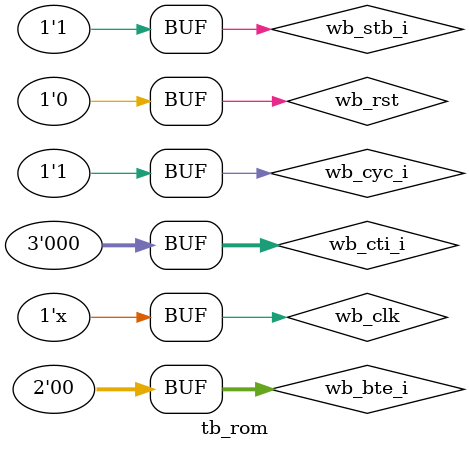
<source format=v>
`timescale 1ns / 1ps


module tb_rom;

	// Inputs
	reg wb_clk;
	reg wb_rst;
	reg [6:2] wb_adr_i;
	reg wb_stb_i;
	reg wb_cyc_i;
	reg [2:0] wb_cti_i;
	reg [1:0] wb_bte_i;

	// Outputs
	wire [31:0] wb_dat_o;
	wire wb_ack_o;

	// Instantiate the Unit Under Test (UUT)
	rom uut (
		.wb_clk(wb_clk), 
		.wb_rst(wb_rst), 
		.wb_adr_i(wb_adr_i), 
		.wb_stb_i(wb_stb_i), 
		.wb_cyc_i(wb_cyc_i), 
		.wb_cti_i(wb_cti_i), 
		.wb_bte_i(wb_bte_i), 
		.wb_dat_o(wb_dat_o), 
		.wb_ack_o(wb_ack_o)
	);

	initial begin
		// Initialize Inputs
		wb_clk = 0;
		wb_rst = 1;
		wb_adr_i = 0;
		wb_stb_i = 0;
		wb_cyc_i = 0;
		wb_cti_i = 0;
		wb_bte_i = 0;

		// Wait 100 ns for global reset to finish
		#100;
        
		// Add stimulus here
		
		wb_rst <= 0;
		wb_stb_i <= 1;
		wb_cyc_i <= 1;
	end
	
	always #5
	wb_clk = ~wb_clk;
	
	always @ (posedge wb_clk)
	begin
		if(wb_stb_i)
		wb_adr_i <= wb_adr_i + 1;
	end
      
endmodule


</source>
